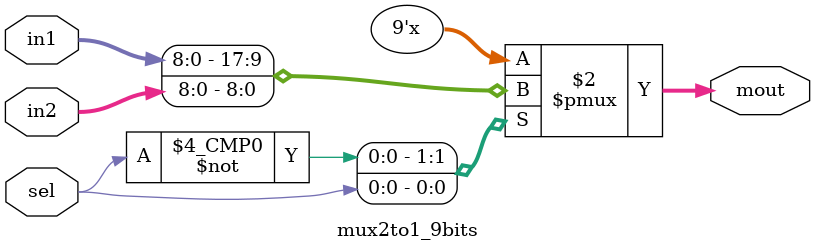
<source format=v>
module mux2to1_9bits(input [8:0] in1, input [8:0] in2,input sel, output reg [8:0] mout);
  always@(in1 or in2 or sel)
    begin
      case(sel)
        1'b0: mout=in1;
        1'b1: mout=in2;
      endcase
  end
endmodule  
</source>
